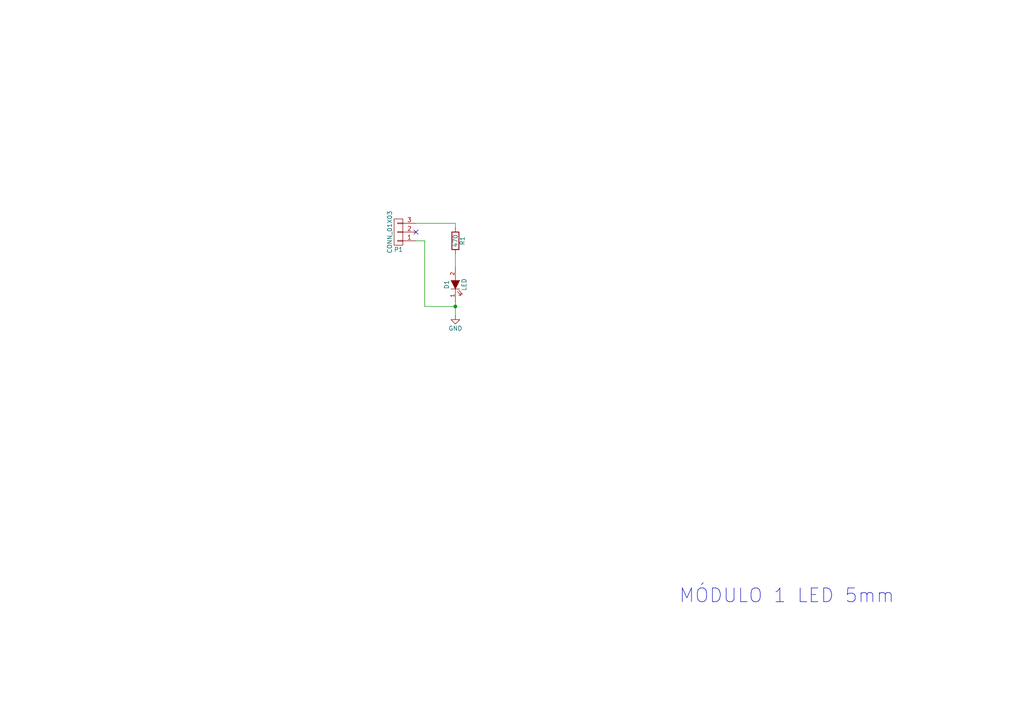
<source format=kicad_sch>
(kicad_sch (version 20250114) (generator "eeschema") (generator_version "9.0")
  (paper "A4")
  (lib_symbols
    (symbol "Device:R" (pin_numbers (hide yes)) (pin_names (offset 0))
      (property "Reference" "R" (at 2.032 0 90))
      (property "Value" "R" (at 0 0 90))
      (symbol "R_0_1"
        (rectangle (start -1.016 -2.54) (end 1.016 2.54) (stroke (width 0.254)))
      )
      (symbol "R_1_1"
        (pin passive line (at 0 3.81 270) (length 1.27) (name "~") (number "1"))
        (pin passive line (at 0 -3.81 90) (length 1.27) (name "~") (number "2"))
      )
    )
    (symbol "Modulo_1_led-rescue:CONN_01X03" (pin_names (offset 1.016) (hide yes))
      (property "Reference" "P" (at 0 5.08 0))
      (property "Value" "CONN_01X03" (at 2.54 0 90))
      (symbol "CONN_01X03_0_1"
        (rectangle (start -1.27 3.81) (end 1.27 -3.81))
        (rectangle (start -1.27 2.667) (end 0.254 2.413))
        (rectangle (start -1.27 0.127) (end 0.254 -0.127))
        (rectangle (start -1.27 -2.413) (end 0.254 -2.667))
      )
      (symbol "CONN_01X03_1_1"
        (pin passive line (at -5.08 2.54 0) (length 3.81) (name "P1") (number "1"))
        (pin passive line (at -5.08 0 0) (length 3.81) (name "P2") (number "2"))
        (pin passive line (at -5.08 -2.54 0) (length 3.81) (name "P3") (number "3"))
      )
    )
    (symbol "Modulo_1_led-rescue:LED" (pin_names (offset 1.016) (hide yes))
      (property "Reference" "D" (at 0 2.54 0))
      (property "Value" "LED" (at 0 -2.54 0))
      (symbol "LED_0_1"
        (polyline (pts (xy -2.032 -0.635) (xy -3.175 -1.651) (xy -3.048 -1.016)))
        (polyline (pts (xy -1.651 -1.016) (xy -2.794 -2.032) (xy -2.667 -1.397)))
        (polyline (pts (xy -1.27 1.27) (xy -1.27 -1.27)))
        (polyline (pts (xy 1.27 1.27) (xy -1.27 0) (xy 1.27 -1.27)) (fill (type outline)))
      )
      (symbol "LED_1_1"
        (pin passive line (at -5.08 0 0) (length 3.81) (name "K") (number "1"))
        (pin passive line (at 5.08 0 180) (length 3.81) (name "A") (number "2"))
      )
    )
    (symbol "power:GND" (power) (pin_numbers (hide yes)) (pin_names (offset 0) (hide yes))
      (property "Value" "GND" (at 0 -3.81 0))
      (symbol "GND_0_1"
        (polyline (pts (xy 0 0) (xy 0 -1.27) (xy 1.27 -1.27) (xy 0 -2.54) (xy -1.27 -1.27) (xy 0 -1.27)))
      )
      (symbol "GND_1_1"
        (pin power_in line (at 0 0 270) (length 0) (name "~") (number "1"))
      )
    )
  )
  (text "MÓDULO 1 LED 5mm" (at 196.85 175.26 0) (effects (font (size 3.9878 3.9878)) (justify left bottom)))
  (junction (at 132.08 88.9))
  (no_connect (at 120.65 67.31))
  (wire (pts (xy 132.08 91.44) (xy 132.08 88.9)))
  (wire (pts (xy 132.08 73.66) (xy 132.08 77.47)))
  (wire (pts (xy 123.19 69.85) (xy 120.65 69.85)))
  (wire (pts (xy 120.65 64.77) (xy 132.08 64.77)))
  (wire (pts (xy 132.08 64.77) (xy 132.08 66.04)))
  (wire (pts (xy 132.08 88.9) (xy 123.19 88.9)))
  (wire (pts (xy 123.19 88.9) (xy 123.19 69.85)))
  (wire (pts (xy 132.08 88.9) (xy 132.08 87.63)))
  (symbol (lib_id "Modulo_1_led-rescue:LED") (at 132.08 82.55 90) (unit 1)
    (property "Reference" "D1" (at 129.54 82.55 0))
    (property "Value" "LED" (at 134.62 82.55 0))
    (property "Footprint" "LEDs:LED_D5.0mm" (effects (hide yes)))
  )
  (symbol (lib_id "Device:R") (at 132.08 69.85 0) (unit 1)
    (property "Reference" "R1" (at 134.112 69.85 90))
    (property "Value" "470" (at 132.08 69.85 90))
    (property "Footprint" "Resistors_ThroughHole:R_Axial_DIN0204_L3.6mm_D1.6mm_P7.62mm_Horizontal" (effects (hide yes)))
  )
  (symbol (lib_id "power:GND") (at 132.08 91.44 0) (unit 1)
    (property "Reference" "#PWR01" (effects (hide yes)))
    (property "Value" "GND" (at 132.08 95.25 0))
  )
  (symbol (lib_id "Modulo_1_led-rescue:CONN_01X03") (at 115.57 67.31 180) (unit 1)
    (property "Reference" "P1" (at 115.57 72.39 0))
    (property "Value" "CONN_01X03" (at 113.03 67.31 90))
    (property "Footprint" "Socket_Strips:Socket_Strip_Angled_1x03_Pitch2.54mm" (effects (hide yes)))
  )
)
</source>
